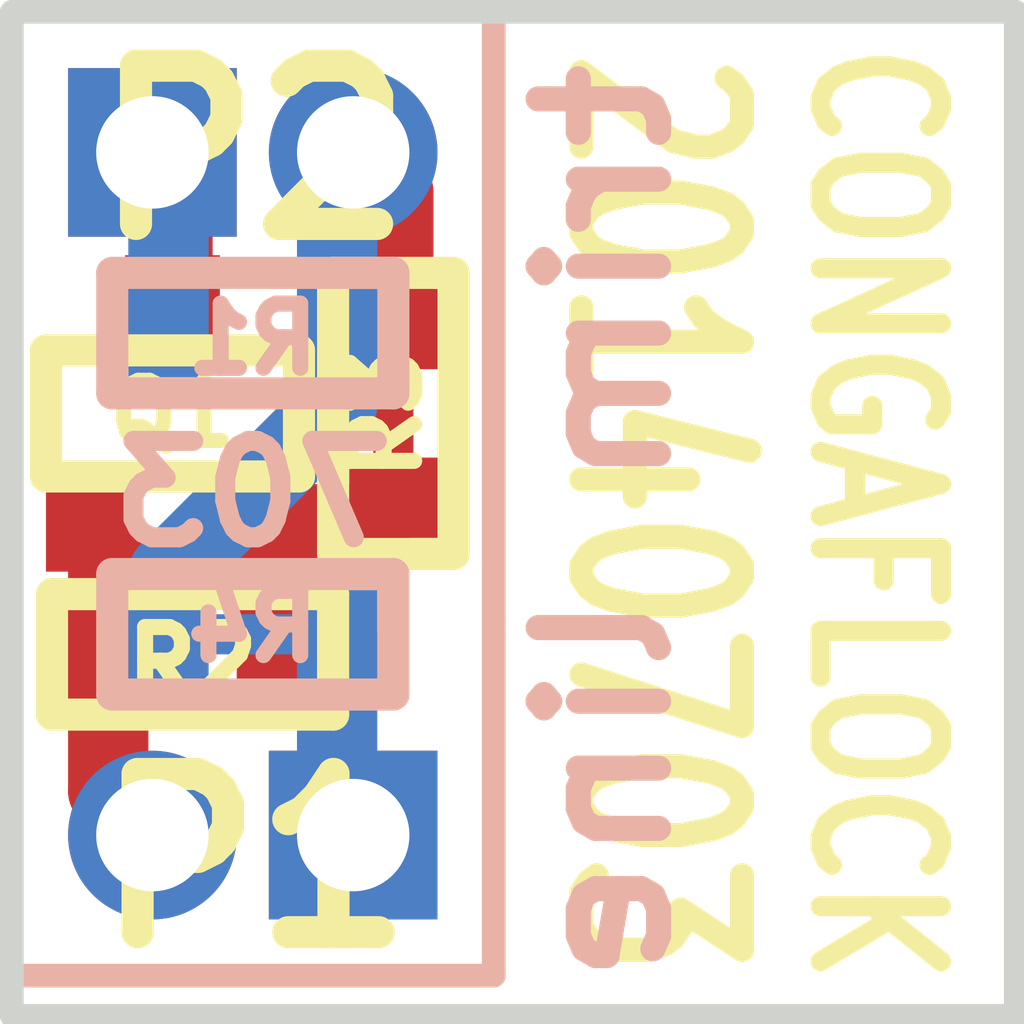
<source format=kicad_pcb>

(kicad_pcb
  (version 20171130)
  (host pcbnew "(5.1.12)-1")
  (general
    (thickness 1.6)
    (drawings 10)
    (tracks 21)
    (zones 0)
    (modules 7)
    (nets 6))
  (page A3)
  (layers
    (0 F.Cu signal)
    (31 B.Cu signal)
    (32 B.Adhes user hide)
    (33 F.Adhes user hide)
    (34 B.Paste user hide)
    (35 F.Paste user hide)
    (36 B.SilkS user hide)
    (37 F.SilkS user hide)
    (38 B.Mask user hide)
    (39 F.Mask user hide)
    (40 Dwgs.User user hide)
    (41 Cmts.User user hide)
    (42 Eco1.User user hide)
    (43 Eco2.User user hide)
    (44 Edge.Cuts user))
  (setup
    (last_trace_width 0.508)
    (trace_clearance 0.254)
    (zone_clearance 0.2032)
    (zone_45_only no)
    (trace_min 0.254)
    (via_size 0.889)
    (via_drill 0.635)
    (via_min_size 0.889)
    (via_min_drill 0.508)
    (uvia_size 0.508)
    (uvia_drill 0.127)
    (uvias_allowed no)
    (uvia_min_size 0.508)
    (uvia_min_drill 0.127)
    (edge_width 0.15)
    (segment_width 0.15)
    (pcb_text_width 0.3)
    (pcb_text_size 1 1)
    (mod_edge_width 0.15)
    (mod_text_size 1 1)
    (mod_text_width 0.15)
    (pad_size 1.0668 1.0668)
    (pad_drill 0.7112)
    (pad_to_mask_clearance 0.0762)
    (aux_axis_origin 0 0)
    (visible_elements 7FFFFFFF)
    (pcbplotparams
      (layerselection 0x00030_ffffffff)
      (usegerberextensions true)
      (usegerberattributes true)
      (usegerberadvancedattributes true)
      (creategerberjobfile true)
      (excludeedgelayer true)
      (linewidth 0.15)
      (plotframeref false)
      (viasonmask false)
      (mode 1)
      (useauxorigin false)
      (hpglpennumber 1)
      (hpglpenspeed 20)
      (hpglpendiameter 15.0)
      (psnegative false)
      (psa4output false)
      (plotreference false)
      (plotvalue false)
      (plotinvisibletext false)
      (padsonsilk false)
      (subtractmaskfromsilk false)
      (outputformat 1)
      (mirror false)
      (drillshape 0)
      (scaleselection 1)
      (outputdirectory "gerbers")))
  (net 0 "")
  (net 1 /DRAIN)
  (net 2 /GATE)
  (net 3 /SOURCE)
  (net 4 GND)
  (net 5 N-000003)
  (net_class Default "This is the default net class."
    (clearance 0.254)
    (trace_width 0.508)
    (via_dia 0.889)
    (via_drill 0.635)
    (uvia_dia 0.508)
    (uvia_drill 0.127)
    (add_net /DRAIN)
    (add_net /GATE)
    (add_net /SOURCE)
    (add_net GND)
    (add_net N-000003))
  (module GSG-0402
    (layer F.Cu)
    (tedit 53B03450)
    (tstamp 53B0360A)
    (at 80.899 53.975)
    (path /53703213)
    (solder_mask_margin 0.1016)
    (fp_text reference R2
      (at 0 0.0508)
      (layer F.SilkS)
      (effects
        (font
          (size 0.4064 0.4064)
          (thickness 0.1016))))
    (fp_text value 100k
      (at 0 0.0508)
      (layer F.SilkS) hide
      (effects
        (font
          (size 0.4064 0.4064)
          (thickness 0.1016))))
    (fp_line
      (start -0.889 -0.381)
      (end 0.889 -0.381)
      (layer F.SilkS)
      (width 0.2032))
    (fp_line
      (start -0.889 0.381)
      (end -0.889 -0.381)
      (layer F.SilkS)
      (width 0.2032))
    (fp_line
      (start 0.889 0.381)
      (end -0.889 0.381)
      (layer F.SilkS)
      (width 0.2032))
    (fp_line
      (start 0.889 -0.381)
      (end 0.889 0.381)
      (layer F.SilkS)
      (width 0.2032))
    (pad 2 smd rect
      (at 0.5334 0)
      (size 0.508 0.5588)
      (layers F.Cu F.Paste F.Mask)
      (net 3 /SOURCE)
      (solder_mask_margin 0.1016))
    (pad 1 smd rect
      (at -0.5334 0)
      (size 0.508 0.5588)
      (layers F.Cu F.Paste F.Mask)
      (net 2 /GATE)
      (die_length -1518.485687)
      (solder_mask_margin 0.1016)))
  (module GSG-0402
    (layer B.Cu)
    (tedit 53B3B4DC)
    (tstamp 53B03614)
    (at 81.28 51.943)
    (path /5370DAFA)
    (solder_mask_margin 0.1016)
    (fp_text reference R1
      (at 0 0.037)
      (layer B.SilkS)
      (effects
        (font
          (size 0.4064 0.4064)
          (thickness 0.1016))
        (justify mirror)))
    (fp_text value DNP
      (at 0 -0.0508)
      (layer B.SilkS) hide
      (effects
        (font
          (size 0.4064 0.4064)
          (thickness 0.1016))
        (justify mirror)))
    (fp_line
      (start -0.889 0.381)
      (end 0.889 0.381)
      (layer B.SilkS)
      (width 0.2032))
    (fp_line
      (start -0.889 -0.381)
      (end -0.889 0.381)
      (layer B.SilkS)
      (width 0.2032))
    (fp_line
      (start 0.889 -0.381)
      (end -0.889 -0.381)
      (layer B.SilkS)
      (width 0.2032))
    (fp_line
      (start 0.889 0.381)
      (end 0.889 -0.381)
      (layer B.SilkS)
      (width 0.2032))
    (pad 2 smd rect
      (at 0.5334 0)
      (size 0.508 0.5588)
      (layers B.Cu B.Paste B.Mask)
      (net 4 GND)
      (solder_mask_margin 0.1016))
    (pad 1 smd rect
      (at -0.5334 0)
      (size 0.508 0.5588)
      (layers B.Cu B.Paste B.Mask)
      (net 1 /DRAIN)
      (die_length -1518.485687)
      (solder_mask_margin 0.1016)))
  (module GSG-SOT416-GDS
    (layer F.Cu)
    (tedit 53B03603)
    (tstamp 53B035F4)
    (at 80.772 52.451)
    (path /5370319E)
    (fp_text reference Q1
      (at 0 0)
      (layer F.SilkS)
      (effects
        (font
          (size 0.381 0.381)
          (thickness 0.09525))))
    (fp_text value MOSFET_N
      (at 0 0)
      (layer F.SilkS) hide
      (effects
        (font
          (size 0.381 0.381)
          (thickness 0.09652))))
    (fp_line
      (start 0.8001 0.39878)
      (end 0.8001 -0.39878)
      (layer F.SilkS)
      (width 0.2032))
    (fp_line
      (start -0.8001 0.39878)
      (end 0.8001 0.39878)
      (layer F.SilkS)
      (width 0.2032))
    (fp_line
      (start -0.8001 -0.39878)
      (end -0.8001 0.39878)
      (layer F.SilkS)
      (width 0.2032))
    (fp_line
      (start 0.8001 -0.39878)
      (end -0.8001 -0.39878)
      (layer F.SilkS)
      (width 0.2032))
    (pad G smd rect
      (at -0.50038 0.70104)
      (size 0.59944 0.59944)
      (layers F.Cu F.Paste F.Mask)
      (net 2 /GATE))
    (pad S smd rect
      (at 0.50038 0.70104)
      (size 0.59944 0.59944)
      (layers F.Cu F.Paste F.Mask)
      (net 3 /SOURCE))
    (pad D smd rect
      (at 0 -0.70104)
      (size 0.59944 0.59944)
      (layers F.Cu F.Paste F.Mask)
      (net 1 /DRAIN)))
  (module GSG-50MIL-HEADER-1x2-TH
    (layer F.Cu)
    (tedit 53B03A6B)
    (tstamp 53B035FA)
    (at 81.28 50.8)
    (path /53B03152)
    (fp_text reference P2
      (at 0 0)
      (layer F.SilkS)
      (effects
        (font
          (size 1.00076 1.00076)
          (thickness 0.2032))))
    (fp_text value ANTENNA
      (at 0 0)
      (layer F.SilkS) hide
      (effects
        (font
          (size 1.00076 1.00076)
          (thickness 0.2032))))
    (pad 1 thru_hole rect
      (at -0.635 0)
      (size 1.0668 1.0668)
      (drill 0.7112)
      (layers *.Cu *.Mask)
      (net 1 /DRAIN))
    (pad 2 thru_hole circle
      (at 0.635 0)
      (size 1.0668 1.0668)
      (drill 0.7112)
      (layers *.Cu *.Mask)
      (net 4 GND)))
  (module GSG-50MIL-HEADER-1x2-TH
    (layer F.Cu)
    (tedit 53B3B4C7)
    (tstamp 53B03600)
    (at 81.28 55.118 180)
    (path /53B03194)
    (fp_text reference P1
      (at -0.01 -0.162 180)
      (layer F.SilkS)
      (effects
        (font
          (size 1.00076 1.00076)
          (thickness 0.2032))))
    (fp_text value INPUT
      (at 0 0 180)
      (layer F.SilkS) hide
      (effects
        (font
          (size 1.00076 1.00076)
          (thickness 0.2032))))
    (pad 1 thru_hole rect
      (at -0.635 0 180)
      (size 1.0668 1.0668)
      (drill 0.7112)
      (layers *.Cu *.Mask)
      (net 5 N-000003))
    (pad 2 thru_hole circle
      (at 0.635 0 180)
      (size 1.0668 1.0668)
      (drill 0.7112)
      (layers *.Cu *.Mask)
      (net 2 /GATE)))
  (module GSG-0402-SHORT-10MIL
    (layer B.Cu)
    (tedit 53B57B9C)
    (tstamp 53B03628)
    (at 81.28 53.848)
    (path /53B032AD)
    (solder_mask_margin 0.1016)
    (fp_text reference R4
      (at 0 -0.0508)
      (layer B.SilkS)
      (effects
        (font
          (size 0.4064 0.4064)
          (thickness 0.1016))
        (justify mirror)))
    (fp_text value 0
      (at 0 -0.0508)
      (layer B.SilkS) hide
      (effects
        (font
          (size 0.4064 0.4064)
          (thickness 0.1016))
        (justify mirror)))
    (fp_line
      (start -0.889 0.381)
      (end 0.889 0.381)
      (layer B.SilkS)
      (width 0.2032))
    (fp_line
      (start -0.889 -0.381)
      (end -0.889 0.381)
      (layer B.SilkS)
      (width 0.2032))
    (fp_line
      (start 0.889 -0.381)
      (end -0.889 -0.381)
      (layer B.SilkS)
      (width 0.2032))
    (fp_line
      (start 0.889 0.381)
      (end 0.889 -0.381)
      (layer B.SilkS)
      (width 0.2032))
    (pad 2 smd rect
      (at 0.5334 0)
      (size 0.508 0.5588)
      (layers B.Cu B.Mask)
      (net 5 N-000003)
      (solder_mask_margin 0.1016))
    (pad 1 smd rect
      (at -0.5334 0)
      (size 0.508 0.5588)
      (layers B.Cu B.Mask)
      (net 4 GND)
      (die_length -1518.485687)
      (solder_mask_margin 0.1016))
    (pad "" smd rect
      (at 0 0)
      (size 0.762 0.254)
      (layers B.Cu B.Mask)))
  (module GSG-0402-SHORT-10MIL
    (layer F.Cu)
    (tedit 53B57B9C)
    (tstamp 53B0361E)
    (at 82.169 52.451 270)
    (path /5370DB07)
    (solder_mask_margin 0.1016)
    (fp_text reference R3
      (at 0 0.0508 270)
      (layer F.SilkS)
      (effects
        (font
          (size 0.4064 0.4064)
          (thickness 0.1016))))
    (fp_text value 0
      (at 0 0.0508 270)
      (layer F.SilkS) hide
      (effects
        (font
          (size 0.4064 0.4064)
          (thickness 0.1016))))
    (fp_line
      (start -0.889 -0.381)
      (end 0.889 -0.381)
      (layer F.SilkS)
      (width 0.2032))
    (fp_line
      (start -0.889 0.381)
      (end -0.889 -0.381)
      (layer F.SilkS)
      (width 0.2032))
    (fp_line
      (start 0.889 0.381)
      (end -0.889 0.381)
      (layer F.SilkS)
      (width 0.2032))
    (fp_line
      (start 0.889 -0.381)
      (end 0.889 0.381)
      (layer F.SilkS)
      (width 0.2032))
    (pad 2 smd rect
      (at 0.5334 0 270)
      (size 0.508 0.5588)
      (layers F.Cu F.Mask)
      (net 3 /SOURCE)
      (solder_mask_margin 0.1016))
    (pad 1 smd rect
      (at -0.5334 0 270)
      (size 0.508 0.5588)
      (layers F.Cu F.Mask)
      (net 4 GND)
      (die_length -1518.485687)
      (solder_mask_margin 0.1016))
    (pad "" smd rect
      (at 0 0 270)
      (size 0.762 0.254)
      (layers F.Cu F.Mask)))
  (gr_text 20140703
    (at 83.82 53.086 270)
    (layer F.SilkS)
    (effects
      (font
        (size 1.016 0.762)
        (thickness 0.1524))))
  (gr_text "trim line"
    (at 83.5025 53.1495 90)
    (layer B.SilkS)
    (effects
      (font
        (size 0.762 0.889)
        (thickness 0.15875))
      (justify mirror)))
  (gr_text CONGAFLOCK
    (at 85.217 53.086 270)
    (layer F.SilkS)
    (effects
      (font
        (size 0.762 0.6096)
        (thickness 0.127))))
  (gr_text 703
    (at 81.28 52.959)
    (layer B.SilkS)
    (effects
      (font
        (size 0.6096 0.6096)
        (thickness 0.127))
      (justify mirror)))
  (gr_line
    (start 86.106 56.261)
    (end 79.756 56.261)
    (angle 90)
    (layer Edge.Cuts)
    (width 0.15))
  (gr_line
    (start 86.106 49.911)
    (end 86.106 56.261)
    (angle 90)
    (layer Edge.Cuts)
    (width 0.15))
  (gr_line
    (start 79.756 49.911)
    (end 79.756 56.261)
    (angle 90)
    (layer Edge.Cuts)
    (width 0.15)
    (tstamp 53B56F1E))
  (gr_line
    (start 86.106 49.911)
    (end 79.756 49.911)
    (angle 90)
    (layer Edge.Cuts)
    (width 0.15))
  (gr_line
    (start 82.804 56.007)
    (end 82.804 49.911)
    (angle 90)
    (layer B.SilkS)
    (width 0.15))
  (gr_line
    (start 79.756 56.007)
    (end 82.804 56.007)
    (angle 90)
    (layer B.SilkS)
    (width 0.15))
  (segment
    (start 80.7466 51.943)
    (end 80.7466 50.9016)
    (width 0.508)
    (layer B.Cu)
    (net 1))
  (segment
    (start 80.7466 50.9016)
    (end 80.645 50.8)
    (width 0.508)
    (layer B.Cu)
    (net 1)
    (tstamp 53B3B496))
  (segment
    (start 80.772 51.74996)
    (end 80.772 50.927)
    (width 0.508)
    (layer F.Cu)
    (net 1))
  (segment
    (start 80.772 50.927)
    (end 80.645 50.8)
    (width 0.508)
    (layer F.Cu)
    (net 1)
    (tstamp 53B0390A))
  (segment
    (start 80.3656 53.975)
    (end 80.3656 53.24602)
    (width 0.508)
    (layer F.Cu)
    (net 2))
  (segment
    (start 80.3656 53.24602)
    (end 80.27162 53.15204)
    (width 0.508)
    (layer F.Cu)
    (net 2)
    (tstamp 53B03919))
  (segment
    (start 80.3656 53.975)
    (end 80.3656 54.8386)
    (width 0.508)
    (layer F.Cu)
    (net 2))
  (segment
    (start 80.3656 54.8386)
    (end 80.645 55.118)
    (width 0.508)
    (layer F.Cu)
    (net 2)
    (tstamp 53B03916))
  (segment
    (start 81.4324 53.975)
    (end 81.4324 53.31206)
    (width 0.508)
    (layer F.Cu)
    (net 3))
  (segment
    (start 81.4324 53.31206)
    (end 81.27238 53.15204)
    (width 0.508)
    (layer F.Cu)
    (net 3)
    (tstamp 53B0391C))
  (segment
    (start 81.27238 53.15204)
    (end 82.00136 53.15204)
    (width 0.508)
    (layer F.Cu)
    (net 3))
  (segment
    (start 82.00136 53.15204)
    (end 82.169 52.9844)
    (width 0.508)
    (layer F.Cu)
    (net 3)
    (tstamp 53B0390D))
  (segment
    (start 81.8134 51.943)
    (end 81.8134 50.9016)
    (width 0.508)
    (layer B.Cu)
    (net 4))
  (segment
    (start 81.8134 50.9016)
    (end 81.915 50.8)
    (width 0.508)
    (layer B.Cu)
    (net 4)
    (tstamp 53B3B478))
  (segment
    (start 80.7466 53.848)
    (end 80.7466 53.4634)
    (width 0.508)
    (layer B.Cu)
    (net 4))
  (segment
    (start 81.8134 52.3966)
    (end 81.8134 51.943)
    (width 0.508)
    (layer B.Cu)
    (net 4)
    (tstamp 53B3B471))
  (segment
    (start 80.7466 53.4634)
    (end 81.8134 52.3966)
    (width 0.508)
    (layer B.Cu)
    (net 4)
    (tstamp 53B3B46B))
  (segment
    (start 82.169 51.9176)
    (end 82.169 51.054)
    (width 0.508)
    (layer F.Cu)
    (net 4))
  (segment
    (start 82.169 51.054)
    (end 81.915 50.8)
    (width 0.508)
    (layer F.Cu)
    (net 4)
    (tstamp 53B03911))
  (segment
    (start 81.8134 55.0164)
    (end 81.915 55.118)
    (width 0.508)
    (layer B.Cu)
    (net 5)
    (tstamp 53B3B518))
  (segment
    (start 81.8134 53.848)
    (end 81.8134 55.0164)
    (width 0.508)
    (layer B.Cu)
    (net 5)))
</source>
